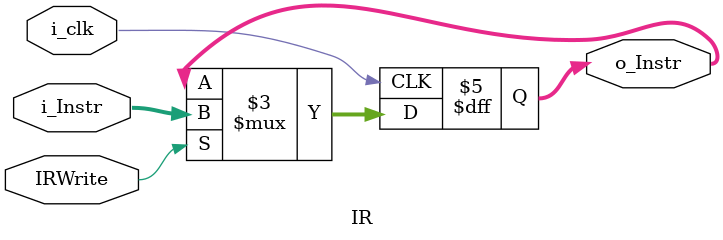
<source format=v>
`timescale 1ns / 1ps

module IR(i_clk, IRWrite, i_Instr, o_Instr);
	input [31:0] i_Instr;
	input i_clk, IRWrite;
	output reg [31:0] o_Instr;
	
	always@(posedge i_clk)begin
			if(IRWrite)
				o_Instr 	<= i_Instr;
			else
				o_Instr	<= o_Instr;
	end
	
endmodule

</source>
